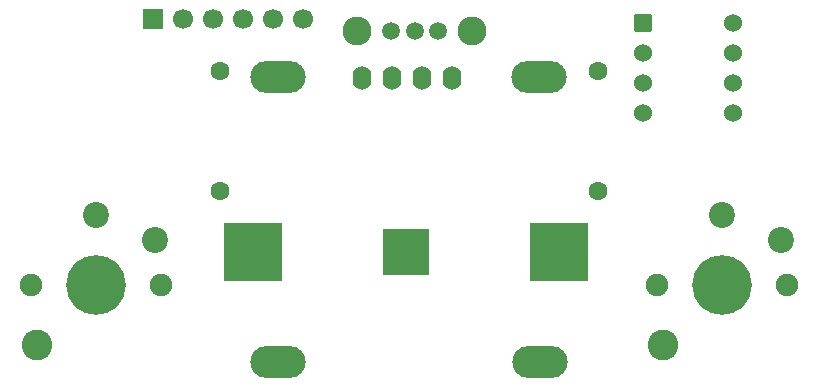
<source format=gbs>
%TF.GenerationSoftware,KiCad,Pcbnew,9.0.3*%
%TF.CreationDate,2025-08-18T10:50:28+02:00*%
%TF.ProjectId,gopher-arcade,676f7068-6572-42d6-9172-636164652e6b,rev?*%
%TF.SameCoordinates,Original*%
%TF.FileFunction,Soldermask,Bot*%
%TF.FilePolarity,Negative*%
%FSLAX46Y46*%
G04 Gerber Fmt 4.6, Leading zero omitted, Abs format (unit mm)*
G04 Created by KiCad (PCBNEW 9.0.3) date 2025-08-18 10:50:28*
%MOMM*%
%LPD*%
G01*
G04 APERTURE LIST*
G04 Aperture macros list*
%AMRoundRect*
0 Rectangle with rounded corners*
0 $1 Rounding radius*
0 $2 $3 $4 $5 $6 $7 $8 $9 X,Y pos of 4 corners*
0 Add a 4 corners polygon primitive as box body*
4,1,4,$2,$3,$4,$5,$6,$7,$8,$9,$2,$3,0*
0 Add four circle primitives for the rounded corners*
1,1,$1+$1,$2,$3*
1,1,$1+$1,$4,$5*
1,1,$1+$1,$6,$7*
1,1,$1+$1,$8,$9*
0 Add four rect primitives between the rounded corners*
20,1,$1+$1,$2,$3,$4,$5,0*
20,1,$1+$1,$4,$5,$6,$7,0*
20,1,$1+$1,$6,$7,$8,$9,0*
20,1,$1+$1,$8,$9,$2,$3,0*%
G04 Aperture macros list end*
%ADD10C,1.900000*%
%ADD11C,2.600000*%
%ADD12C,5.050000*%
%ADD13C,2.200000*%
%ADD14C,1.600000*%
%ADD15O,4.680000X2.690000*%
%ADD16O,1.600000X2.000000*%
%ADD17R,1.700000X1.700000*%
%ADD18C,1.700000*%
%ADD19RoundRect,0.102000X-0.660400X-0.660400X0.660400X-0.660400X0.660400X0.660400X-0.660400X0.660400X0*%
%ADD20C,1.524800*%
%ADD21C,1.512000*%
%ADD22C,2.454000*%
%ADD23R,5.000000X5.000000*%
%ADD24R,4.000000X4.000000*%
G04 APERTURE END LIST*
D10*
%TO.C,SW1*%
X38000000Y-127000000D03*
D11*
X38500000Y-132150000D03*
D12*
X43500000Y-127000000D03*
D10*
X49000000Y-127000000D03*
D13*
X43500000Y-121100000D03*
X48500000Y-123200000D03*
%TD*%
D14*
%TO.C,R2*%
X86000000Y-119080000D03*
X86000000Y-108920000D03*
%TD*%
D15*
%TO.C,Brd1*%
X58900000Y-109450000D03*
X58900000Y-133550000D03*
X81000000Y-109450000D03*
X81100000Y-133550000D03*
D16*
X66080000Y-109550000D03*
X68620000Y-109550000D03*
X71160000Y-109550000D03*
X73700000Y-109550000D03*
%TD*%
D10*
%TO.C,SW2*%
X91000000Y-127000000D03*
D11*
X91500000Y-132150000D03*
D12*
X96500000Y-127000000D03*
D10*
X102000000Y-127000000D03*
D13*
X96500000Y-121100000D03*
X101500000Y-123200000D03*
%TD*%
D14*
%TO.C,R1*%
X54000000Y-119080000D03*
X54000000Y-108920000D03*
%TD*%
D17*
%TO.C,J1*%
X48380000Y-104500000D03*
D18*
X50920000Y-104500000D03*
X53460000Y-104500000D03*
X56000000Y-104500000D03*
X58540000Y-104500000D03*
X61080000Y-104500000D03*
%TD*%
D19*
%TO.C,U1*%
X89880000Y-104880000D03*
D20*
X89880000Y-107420000D03*
X89880000Y-109960000D03*
X89880000Y-112500000D03*
X97500000Y-112500000D03*
X97500000Y-109960000D03*
X97500000Y-107420000D03*
X97500000Y-104880000D03*
%TD*%
D21*
%TO.C,S1*%
X72500000Y-105500000D03*
X70500000Y-105500000D03*
X68500000Y-105500000D03*
D22*
X75350000Y-105500000D03*
X65650000Y-105500000D03*
%TD*%
D23*
%TO.C,BT1*%
X56850000Y-124250000D03*
X82750000Y-124250000D03*
D24*
X69800000Y-124250000D03*
%TD*%
M02*

</source>
